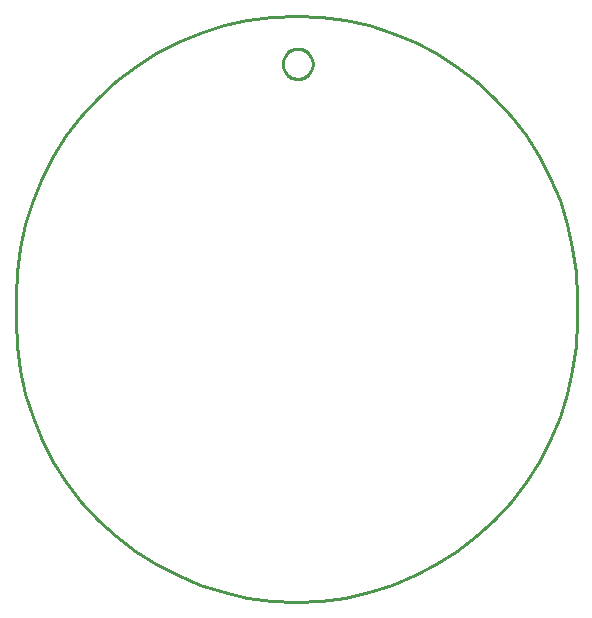
<source format=gko>
G04 EAGLE Gerber X2 export*
G75*
%MOMM*%
%FSLAX34Y34*%
%LPD*%
%AMOC8*
5,1,8,0,0,1.08239X$1,22.5*%
G01*
%ADD10C,0.254000*%


D10*
X0Y239268D02*
X904Y218569D01*
X3608Y198028D01*
X8092Y177801D01*
X14322Y158042D01*
X22251Y138900D01*
X31818Y120523D01*
X42950Y103049D01*
X55562Y86612D01*
X69559Y71337D01*
X84834Y57340D01*
X101271Y44728D01*
X118745Y33596D01*
X137122Y24029D01*
X156264Y16100D01*
X176023Y9870D01*
X196250Y5386D01*
X216791Y2682D01*
X237490Y1778D01*
X258189Y2682D01*
X278730Y5386D01*
X298957Y9870D01*
X318716Y16100D01*
X337858Y24029D01*
X356235Y33596D01*
X373709Y44728D01*
X390146Y57340D01*
X405421Y71337D01*
X419418Y86612D01*
X432030Y103049D01*
X443162Y120523D01*
X452729Y138900D01*
X460658Y158042D01*
X466888Y177801D01*
X471372Y198028D01*
X474076Y218569D01*
X474980Y239268D01*
X474980Y260350D01*
X474076Y281049D01*
X471372Y301590D01*
X466888Y321817D01*
X460658Y341576D01*
X452729Y360718D01*
X443162Y379095D01*
X432030Y396569D01*
X419418Y413006D01*
X405421Y428281D01*
X390146Y442278D01*
X373709Y454890D01*
X356235Y466022D01*
X337858Y475589D01*
X318716Y483518D01*
X298957Y489748D01*
X278730Y494232D01*
X258189Y496936D01*
X237490Y497840D01*
X216791Y496936D01*
X196250Y494232D01*
X176023Y489748D01*
X156264Y483518D01*
X137122Y475589D01*
X118745Y466022D01*
X101271Y454890D01*
X84834Y442278D01*
X69559Y428281D01*
X55562Y413006D01*
X42950Y396569D01*
X31818Y379095D01*
X22251Y360718D01*
X14322Y341576D01*
X8092Y321817D01*
X3608Y301590D01*
X904Y281049D01*
X0Y260350D01*
X0Y239268D01*
X251460Y456701D02*
X251382Y455706D01*
X251226Y454720D01*
X250993Y453750D01*
X250684Y452801D01*
X250302Y451879D01*
X249849Y450990D01*
X249328Y450139D01*
X248741Y449331D01*
X248093Y448573D01*
X247387Y447867D01*
X246629Y447219D01*
X245821Y446632D01*
X244970Y446111D01*
X244081Y445658D01*
X243159Y445276D01*
X242210Y444967D01*
X241240Y444734D01*
X240254Y444578D01*
X239259Y444500D01*
X238261Y444500D01*
X237266Y444578D01*
X236280Y444734D01*
X235310Y444967D01*
X234361Y445276D01*
X233439Y445658D01*
X232550Y446111D01*
X231699Y446632D01*
X230891Y447219D01*
X230133Y447867D01*
X229427Y448573D01*
X228779Y449331D01*
X228192Y450139D01*
X227671Y450990D01*
X227218Y451879D01*
X226836Y452801D01*
X226527Y453750D01*
X226294Y454720D01*
X226138Y455706D01*
X226060Y456701D01*
X226060Y457699D01*
X226138Y458694D01*
X226294Y459680D01*
X226527Y460650D01*
X226836Y461599D01*
X227218Y462521D01*
X227671Y463410D01*
X228192Y464261D01*
X228779Y465069D01*
X229427Y465827D01*
X230133Y466533D01*
X230891Y467181D01*
X231699Y467768D01*
X232550Y468289D01*
X233439Y468742D01*
X234361Y469124D01*
X235310Y469433D01*
X236280Y469666D01*
X237266Y469822D01*
X238261Y469900D01*
X239259Y469900D01*
X240254Y469822D01*
X241240Y469666D01*
X242210Y469433D01*
X243159Y469124D01*
X244081Y468742D01*
X244970Y468289D01*
X245821Y467768D01*
X246629Y467181D01*
X247387Y466533D01*
X248093Y465827D01*
X248741Y465069D01*
X249328Y464261D01*
X249849Y463410D01*
X250302Y462521D01*
X250684Y461599D01*
X250993Y460650D01*
X251226Y459680D01*
X251382Y458694D01*
X251460Y457699D01*
X251460Y456701D01*
X251460Y456701D02*
X251382Y455706D01*
X251226Y454720D01*
X250993Y453750D01*
X250684Y452801D01*
X250302Y451879D01*
X249849Y450990D01*
X249328Y450139D01*
X248741Y449331D01*
X248093Y448573D01*
X247387Y447867D01*
X246629Y447219D01*
X245821Y446632D01*
X244970Y446111D01*
X244081Y445658D01*
X243159Y445276D01*
X242210Y444967D01*
X241240Y444734D01*
X240254Y444578D01*
X239259Y444500D01*
X238261Y444500D01*
X237266Y444578D01*
X236280Y444734D01*
X235310Y444967D01*
X234361Y445276D01*
X233439Y445658D01*
X232550Y446111D01*
X231699Y446632D01*
X230891Y447219D01*
X230133Y447867D01*
X229427Y448573D01*
X228779Y449331D01*
X228192Y450139D01*
X227671Y450990D01*
X227218Y451879D01*
X226836Y452801D01*
X226527Y453750D01*
X226294Y454720D01*
X226138Y455706D01*
X226060Y456701D01*
X226060Y457699D01*
X226138Y458694D01*
X226294Y459680D01*
X226527Y460650D01*
X226836Y461599D01*
X227218Y462521D01*
X227671Y463410D01*
X228192Y464261D01*
X228779Y465069D01*
X229427Y465827D01*
X230133Y466533D01*
X230891Y467181D01*
X231699Y467768D01*
X232550Y468289D01*
X233439Y468742D01*
X234361Y469124D01*
X235310Y469433D01*
X236280Y469666D01*
X237266Y469822D01*
X238261Y469900D01*
X239259Y469900D01*
X240254Y469822D01*
X241240Y469666D01*
X242210Y469433D01*
X243159Y469124D01*
X244081Y468742D01*
X244970Y468289D01*
X245821Y467768D01*
X246629Y467181D01*
X247387Y466533D01*
X248093Y465827D01*
X248741Y465069D01*
X249328Y464261D01*
X249849Y463410D01*
X250302Y462521D01*
X250684Y461599D01*
X250993Y460650D01*
X251226Y459680D01*
X251382Y458694D01*
X251460Y457699D01*
X251460Y456701D01*
M02*

</source>
